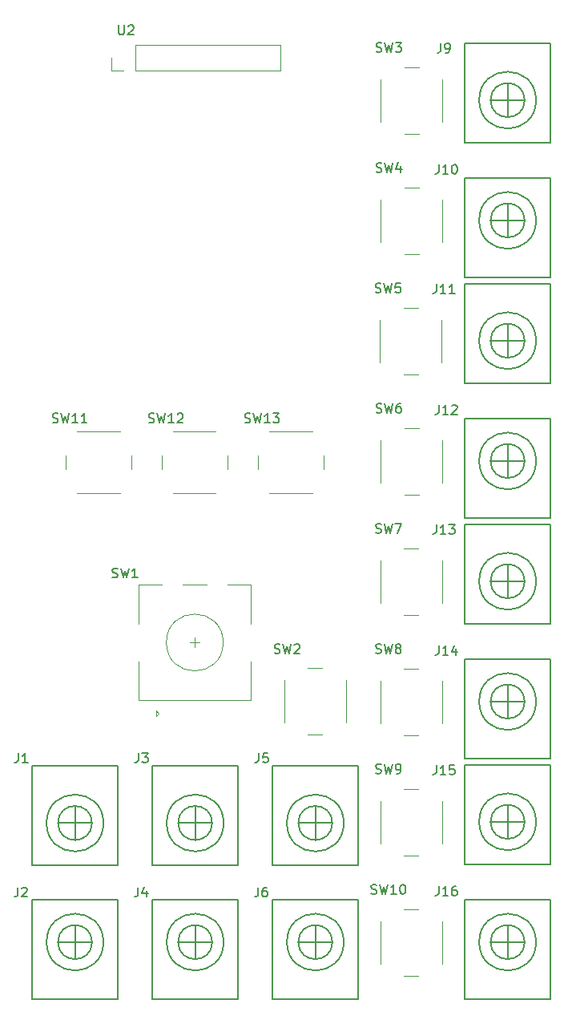
<source format=gbr>
G04 #@! TF.GenerationSoftware,KiCad,Pcbnew,(5.1.0-0)*
G04 #@! TF.CreationDate,2019-05-28T00:09:16+08:00*
G04 #@! TF.ProjectId,Beats,42656174-732e-46b6-9963-61645f706362,rev?*
G04 #@! TF.SameCoordinates,Original*
G04 #@! TF.FileFunction,Legend,Top*
G04 #@! TF.FilePolarity,Positive*
%FSLAX46Y46*%
G04 Gerber Fmt 4.6, Leading zero omitted, Abs format (unit mm)*
G04 Created by KiCad (PCBNEW (5.1.0-0)) date 2019-05-28 00:09:16*
%MOMM*%
%LPD*%
G04 APERTURE LIST*
%ADD10C,0.120000*%
%ADD11C,0.150000*%
G04 APERTURE END LIST*
D10*
X163332000Y-64802000D02*
X161832000Y-64802000D01*
X159332000Y-66052000D02*
X159332000Y-70552000D01*
X161832000Y-71802000D02*
X163332000Y-71802000D01*
X165832000Y-70552000D02*
X165832000Y-66052000D01*
D11*
X125213000Y-144450000D02*
X128813000Y-144450000D01*
X127013000Y-146250000D02*
X127013000Y-142650000D01*
X131513000Y-139950000D02*
X122513000Y-139950000D01*
X122513000Y-139950000D02*
X122513000Y-150450000D01*
X122513000Y-150450000D02*
X131513000Y-150450000D01*
X131513000Y-150450000D02*
X131513000Y-139950000D01*
X130019659Y-144450000D02*
G75*
G03X130019659Y-144450000I-3006659J0D01*
G01*
X128813000Y-144450000D02*
G75*
G03X128813000Y-144450000I-1800000J0D01*
G01*
X137913000Y-144450000D02*
X141513000Y-144450000D01*
X139713000Y-146250000D02*
X139713000Y-142650000D01*
X144213000Y-139950000D02*
X135213000Y-139950000D01*
X135213000Y-139950000D02*
X135213000Y-150450000D01*
X135213000Y-150450000D02*
X144213000Y-150450000D01*
X144213000Y-150450000D02*
X144213000Y-139950000D01*
X142719659Y-144450000D02*
G75*
G03X142719659Y-144450000I-3006659J0D01*
G01*
X141513000Y-144450000D02*
G75*
G03X141513000Y-144450000I-1800000J0D01*
G01*
X150613000Y-144450000D02*
X154213000Y-144450000D01*
X152413000Y-146250000D02*
X152413000Y-142650000D01*
X156913000Y-139950000D02*
X147913000Y-139950000D01*
X147913000Y-139950000D02*
X147913000Y-150450000D01*
X147913000Y-150450000D02*
X156913000Y-150450000D01*
X156913000Y-150450000D02*
X156913000Y-139950000D01*
X155419659Y-144450000D02*
G75*
G03X155419659Y-144450000I-3006659J0D01*
G01*
X154213000Y-144450000D02*
G75*
G03X154213000Y-144450000I-1800000J0D01*
G01*
X128813000Y-131877000D02*
X125213000Y-131877000D01*
X127013000Y-130077000D02*
X127013000Y-133677000D01*
X122513000Y-136377000D02*
X131513000Y-136377000D01*
X131513000Y-136377000D02*
X131513000Y-125877000D01*
X131513000Y-125877000D02*
X122513000Y-125877000D01*
X122513000Y-125877000D02*
X122513000Y-136377000D01*
X130019659Y-131877000D02*
G75*
G03X130019659Y-131877000I-3006659J0D01*
G01*
X128813000Y-131877000D02*
G75*
G03X128813000Y-131877000I-1800000J0D01*
G01*
X141513000Y-131877000D02*
X137913000Y-131877000D01*
X139713000Y-130077000D02*
X139713000Y-133677000D01*
X135213000Y-136377000D02*
X144213000Y-136377000D01*
X144213000Y-136377000D02*
X144213000Y-125877000D01*
X144213000Y-125877000D02*
X135213000Y-125877000D01*
X135213000Y-125877000D02*
X135213000Y-136377000D01*
X142719659Y-131877000D02*
G75*
G03X142719659Y-131877000I-3006659J0D01*
G01*
X141513000Y-131877000D02*
G75*
G03X141513000Y-131877000I-1800000J0D01*
G01*
X154213000Y-131877000D02*
X150613000Y-131877000D01*
X152413000Y-130077000D02*
X152413000Y-133677000D01*
X147913000Y-136377000D02*
X156913000Y-136377000D01*
X156913000Y-136377000D02*
X156913000Y-125877000D01*
X156913000Y-125877000D02*
X147913000Y-125877000D01*
X147913000Y-125877000D02*
X147913000Y-136377000D01*
X155419659Y-131877000D02*
G75*
G03X155419659Y-131877000I-3006659J0D01*
G01*
X154213000Y-131877000D02*
G75*
G03X154213000Y-131877000I-1800000J0D01*
G01*
X170933000Y-144450000D02*
X174533000Y-144450000D01*
X172733000Y-146250000D02*
X172733000Y-142650000D01*
X177233000Y-139950000D02*
X168233000Y-139950000D01*
X168233000Y-139950000D02*
X168233000Y-150450000D01*
X168233000Y-150450000D02*
X177233000Y-150450000D01*
X177233000Y-150450000D02*
X177233000Y-139950000D01*
X175739659Y-144450000D02*
G75*
G03X175739659Y-144450000I-3006659J0D01*
G01*
X174533000Y-144450000D02*
G75*
G03X174533000Y-144450000I-1800000J0D01*
G01*
X170933000Y-119050000D02*
X174533000Y-119050000D01*
X172733000Y-120850000D02*
X172733000Y-117250000D01*
X177233000Y-114550000D02*
X168233000Y-114550000D01*
X168233000Y-114550000D02*
X168233000Y-125050000D01*
X168233000Y-125050000D02*
X177233000Y-125050000D01*
X177233000Y-125050000D02*
X177233000Y-114550000D01*
X175739659Y-119050000D02*
G75*
G03X175739659Y-119050000I-3006659J0D01*
G01*
X174533000Y-119050000D02*
G75*
G03X174533000Y-119050000I-1800000J0D01*
G01*
X170933000Y-93650000D02*
X174533000Y-93650000D01*
X172733000Y-95450000D02*
X172733000Y-91850000D01*
X177233000Y-89150000D02*
X168233000Y-89150000D01*
X168233000Y-89150000D02*
X168233000Y-99650000D01*
X168233000Y-99650000D02*
X177233000Y-99650000D01*
X177233000Y-99650000D02*
X177233000Y-89150000D01*
X175739659Y-93650000D02*
G75*
G03X175739659Y-93650000I-3006659J0D01*
G01*
X174533000Y-93650000D02*
G75*
G03X174533000Y-93650000I-1800000J0D01*
G01*
X170933000Y-68250000D02*
X174533000Y-68250000D01*
X172733000Y-70050000D02*
X172733000Y-66450000D01*
X177233000Y-63750000D02*
X168233000Y-63750000D01*
X168233000Y-63750000D02*
X168233000Y-74250000D01*
X168233000Y-74250000D02*
X177233000Y-74250000D01*
X177233000Y-74250000D02*
X177233000Y-63750000D01*
X175739659Y-68250000D02*
G75*
G03X175739659Y-68250000I-3006659J0D01*
G01*
X174533000Y-68250000D02*
G75*
G03X174533000Y-68250000I-1800000J0D01*
G01*
X174533000Y-131750000D02*
X170933000Y-131750000D01*
X172733000Y-129950000D02*
X172733000Y-133550000D01*
X168233000Y-136250000D02*
X177233000Y-136250000D01*
X177233000Y-136250000D02*
X177233000Y-125750000D01*
X177233000Y-125750000D02*
X168233000Y-125750000D01*
X168233000Y-125750000D02*
X168233000Y-136250000D01*
X175739659Y-131750000D02*
G75*
G03X175739659Y-131750000I-3006659J0D01*
G01*
X174533000Y-131750000D02*
G75*
G03X174533000Y-131750000I-1800000J0D01*
G01*
X174533000Y-106350000D02*
X170933000Y-106350000D01*
X172733000Y-104550000D02*
X172733000Y-108150000D01*
X168233000Y-110850000D02*
X177233000Y-110850000D01*
X177233000Y-110850000D02*
X177233000Y-100350000D01*
X177233000Y-100350000D02*
X168233000Y-100350000D01*
X168233000Y-100350000D02*
X168233000Y-110850000D01*
X175739659Y-106350000D02*
G75*
G03X175739659Y-106350000I-3006659J0D01*
G01*
X174533000Y-106350000D02*
G75*
G03X174533000Y-106350000I-1800000J0D01*
G01*
X174533000Y-80950000D02*
X170933000Y-80950000D01*
X172733000Y-79150000D02*
X172733000Y-82750000D01*
X168233000Y-85450000D02*
X177233000Y-85450000D01*
X177233000Y-85450000D02*
X177233000Y-74950000D01*
X177233000Y-74950000D02*
X168233000Y-74950000D01*
X168233000Y-74950000D02*
X168233000Y-85450000D01*
X175739659Y-80950000D02*
G75*
G03X175739659Y-80950000I-3006659J0D01*
G01*
X174533000Y-80950000D02*
G75*
G03X174533000Y-80950000I-1800000J0D01*
G01*
X174533000Y-55550000D02*
X170933000Y-55550000D01*
X172733000Y-53750000D02*
X172733000Y-57350000D01*
X168233000Y-60050000D02*
X177233000Y-60050000D01*
X177233000Y-60050000D02*
X177233000Y-49550000D01*
X177233000Y-49550000D02*
X168233000Y-49550000D01*
X168233000Y-49550000D02*
X168233000Y-60050000D01*
X175739659Y-55550000D02*
G75*
G03X175739659Y-55550000I-3006659J0D01*
G01*
X174533000Y-55550000D02*
G75*
G03X174533000Y-55550000I-1800000J0D01*
G01*
D10*
X153320000Y-94550000D02*
X153320000Y-93050000D01*
X152070000Y-90550000D02*
X147570000Y-90550000D01*
X146320000Y-93050000D02*
X146320000Y-94550000D01*
X147570000Y-97050000D02*
X152070000Y-97050000D01*
X143155000Y-94550000D02*
X143155000Y-93050000D01*
X141905000Y-90550000D02*
X137405000Y-90550000D01*
X136155000Y-93050000D02*
X136155000Y-94550000D01*
X137405000Y-97050000D02*
X141905000Y-97050000D01*
X133005000Y-94550000D02*
X133005000Y-93050000D01*
X131755000Y-90550000D02*
X127255000Y-90550000D01*
X126005000Y-93050000D02*
X126005000Y-94550000D01*
X127255000Y-97050000D02*
X131755000Y-97050000D01*
X163287000Y-141002000D02*
X161787000Y-141002000D01*
X159287000Y-142252000D02*
X159287000Y-146752000D01*
X161787000Y-148002000D02*
X163287000Y-148002000D01*
X165787000Y-146752000D02*
X165787000Y-142252000D01*
X163287000Y-128296000D02*
X161787000Y-128296000D01*
X159287000Y-129546000D02*
X159287000Y-134046000D01*
X161787000Y-135296000D02*
X163287000Y-135296000D01*
X165787000Y-134046000D02*
X165787000Y-129546000D01*
X163287000Y-115602000D02*
X161787000Y-115602000D01*
X159287000Y-116852000D02*
X159287000Y-121352000D01*
X161787000Y-122602000D02*
X163287000Y-122602000D01*
X165787000Y-121352000D02*
X165787000Y-116852000D01*
X163287000Y-102901000D02*
X161787000Y-102901000D01*
X159287000Y-104151000D02*
X159287000Y-108651000D01*
X161787000Y-109901000D02*
X163287000Y-109901000D01*
X165787000Y-108651000D02*
X165787000Y-104151000D01*
X163332000Y-90202000D02*
X161832000Y-90202000D01*
X159332000Y-91452000D02*
X159332000Y-95952000D01*
X161832000Y-97202000D02*
X163332000Y-97202000D01*
X165832000Y-95952000D02*
X165832000Y-91452000D01*
X163255000Y-77506000D02*
X161755000Y-77506000D01*
X159255000Y-78756000D02*
X159255000Y-83256000D01*
X161755000Y-84506000D02*
X163255000Y-84506000D01*
X165755000Y-83256000D02*
X165755000Y-78756000D01*
X163332000Y-52106000D02*
X161832000Y-52106000D01*
X159332000Y-53356000D02*
X159332000Y-57856000D01*
X161832000Y-59106000D02*
X163332000Y-59106000D01*
X165832000Y-57856000D02*
X165832000Y-53356000D01*
X149123000Y-116799000D02*
X149123000Y-121299000D01*
X153123000Y-115549000D02*
X151623000Y-115549000D01*
X155623000Y-121299000D02*
X155623000Y-116799000D01*
X151623000Y-122549000D02*
X153123000Y-122549000D01*
X148724160Y-52399440D02*
X148724160Y-49739440D01*
X133424160Y-52399440D02*
X148724160Y-52399440D01*
X133424160Y-49739440D02*
X148724160Y-49739440D01*
X133424160Y-52399440D02*
X133424160Y-49739440D01*
X132154160Y-52399440D02*
X130824160Y-52399440D01*
X130824160Y-52399440D02*
X130824160Y-51069440D01*
X139673000Y-113320000D02*
X139673000Y-112320000D01*
X139173000Y-112820000D02*
X140173000Y-112820000D01*
X143173000Y-106720000D02*
X145573000Y-106720000D01*
X138373000Y-106720000D02*
X140973000Y-106720000D01*
X133773000Y-106720000D02*
X136173000Y-106720000D01*
X135573000Y-120020000D02*
X135873000Y-120320000D01*
X135573000Y-120620000D02*
X135573000Y-120020000D01*
X135873000Y-120320000D02*
X135573000Y-120620000D01*
X133773000Y-118920000D02*
X145573000Y-118920000D01*
X133773000Y-114820000D02*
X133773000Y-118920000D01*
X145573000Y-114820000D02*
X145573000Y-118920000D01*
X145573000Y-106720000D02*
X145573000Y-110820000D01*
X133773000Y-110820000D02*
X133773000Y-106720000D01*
X142673000Y-112820000D02*
G75*
G03X142673000Y-112820000I-3000000J0D01*
G01*
D11*
X158840166Y-63118761D02*
X158983023Y-63166380D01*
X159221119Y-63166380D01*
X159316357Y-63118761D01*
X159363976Y-63071142D01*
X159411595Y-62975904D01*
X159411595Y-62880666D01*
X159363976Y-62785428D01*
X159316357Y-62737809D01*
X159221119Y-62690190D01*
X159030642Y-62642571D01*
X158935404Y-62594952D01*
X158887785Y-62547333D01*
X158840166Y-62452095D01*
X158840166Y-62356857D01*
X158887785Y-62261619D01*
X158935404Y-62214000D01*
X159030642Y-62166380D01*
X159268738Y-62166380D01*
X159411595Y-62214000D01*
X159744928Y-62166380D02*
X159983023Y-63166380D01*
X160173500Y-62452095D01*
X160363976Y-63166380D01*
X160602071Y-62166380D01*
X161411595Y-62499714D02*
X161411595Y-63166380D01*
X161173500Y-62118761D02*
X160935404Y-62833047D01*
X161554452Y-62833047D01*
X120964666Y-138673880D02*
X120964666Y-139388166D01*
X120917047Y-139531023D01*
X120821809Y-139626261D01*
X120678952Y-139673880D01*
X120583714Y-139673880D01*
X121393238Y-138769119D02*
X121440857Y-138721500D01*
X121536095Y-138673880D01*
X121774190Y-138673880D01*
X121869428Y-138721500D01*
X121917047Y-138769119D01*
X121964666Y-138864357D01*
X121964666Y-138959595D01*
X121917047Y-139102452D01*
X121345619Y-139673880D01*
X121964666Y-139673880D01*
X133664666Y-138673880D02*
X133664666Y-139388166D01*
X133617047Y-139531023D01*
X133521809Y-139626261D01*
X133378952Y-139673880D01*
X133283714Y-139673880D01*
X134569428Y-139007214D02*
X134569428Y-139673880D01*
X134331333Y-138626261D02*
X134093238Y-139340547D01*
X134712285Y-139340547D01*
X146364666Y-138673880D02*
X146364666Y-139388166D01*
X146317047Y-139531023D01*
X146221809Y-139626261D01*
X146078952Y-139673880D01*
X145983714Y-139673880D01*
X147269428Y-138673880D02*
X147078952Y-138673880D01*
X146983714Y-138721500D01*
X146936095Y-138769119D01*
X146840857Y-138911976D01*
X146793238Y-139102452D01*
X146793238Y-139483404D01*
X146840857Y-139578642D01*
X146888476Y-139626261D01*
X146983714Y-139673880D01*
X147174190Y-139673880D01*
X147269428Y-139626261D01*
X147317047Y-139578642D01*
X147364666Y-139483404D01*
X147364666Y-139245309D01*
X147317047Y-139150071D01*
X147269428Y-139102452D01*
X147174190Y-139054833D01*
X146983714Y-139054833D01*
X146888476Y-139102452D01*
X146840857Y-139150071D01*
X146793238Y-139245309D01*
X121028166Y-124492880D02*
X121028166Y-125207166D01*
X120980547Y-125350023D01*
X120885309Y-125445261D01*
X120742452Y-125492880D01*
X120647214Y-125492880D01*
X122028166Y-125492880D02*
X121456738Y-125492880D01*
X121742452Y-125492880D02*
X121742452Y-124492880D01*
X121647214Y-124635738D01*
X121551976Y-124730976D01*
X121456738Y-124778595D01*
X133728166Y-124492880D02*
X133728166Y-125207166D01*
X133680547Y-125350023D01*
X133585309Y-125445261D01*
X133442452Y-125492880D01*
X133347214Y-125492880D01*
X134109119Y-124492880D02*
X134728166Y-124492880D01*
X134394833Y-124873833D01*
X134537690Y-124873833D01*
X134632928Y-124921452D01*
X134680547Y-124969071D01*
X134728166Y-125064309D01*
X134728166Y-125302404D01*
X134680547Y-125397642D01*
X134632928Y-125445261D01*
X134537690Y-125492880D01*
X134251976Y-125492880D01*
X134156738Y-125445261D01*
X134109119Y-125397642D01*
X146428166Y-124492880D02*
X146428166Y-125207166D01*
X146380547Y-125350023D01*
X146285309Y-125445261D01*
X146142452Y-125492880D01*
X146047214Y-125492880D01*
X147380547Y-124492880D02*
X146904357Y-124492880D01*
X146856738Y-124969071D01*
X146904357Y-124921452D01*
X146999595Y-124873833D01*
X147237690Y-124873833D01*
X147332928Y-124921452D01*
X147380547Y-124969071D01*
X147428166Y-125064309D01*
X147428166Y-125302404D01*
X147380547Y-125397642D01*
X147332928Y-125445261D01*
X147237690Y-125492880D01*
X146999595Y-125492880D01*
X146904357Y-125445261D01*
X146856738Y-125397642D01*
X165446476Y-138546880D02*
X165446476Y-139261166D01*
X165398857Y-139404023D01*
X165303619Y-139499261D01*
X165160761Y-139546880D01*
X165065523Y-139546880D01*
X166446476Y-139546880D02*
X165875047Y-139546880D01*
X166160761Y-139546880D02*
X166160761Y-138546880D01*
X166065523Y-138689738D01*
X165970285Y-138784976D01*
X165875047Y-138832595D01*
X167303619Y-138546880D02*
X167113142Y-138546880D01*
X167017904Y-138594500D01*
X166970285Y-138642119D01*
X166875047Y-138784976D01*
X166827428Y-138975452D01*
X166827428Y-139356404D01*
X166875047Y-139451642D01*
X166922666Y-139499261D01*
X167017904Y-139546880D01*
X167208380Y-139546880D01*
X167303619Y-139499261D01*
X167351238Y-139451642D01*
X167398857Y-139356404D01*
X167398857Y-139118309D01*
X167351238Y-139023071D01*
X167303619Y-138975452D01*
X167208380Y-138927833D01*
X167017904Y-138927833D01*
X166922666Y-138975452D01*
X166875047Y-139023071D01*
X166827428Y-139118309D01*
X165446476Y-113146880D02*
X165446476Y-113861166D01*
X165398857Y-114004023D01*
X165303619Y-114099261D01*
X165160761Y-114146880D01*
X165065523Y-114146880D01*
X166446476Y-114146880D02*
X165875047Y-114146880D01*
X166160761Y-114146880D02*
X166160761Y-113146880D01*
X166065523Y-113289738D01*
X165970285Y-113384976D01*
X165875047Y-113432595D01*
X167303619Y-113480214D02*
X167303619Y-114146880D01*
X167065523Y-113099261D02*
X166827428Y-113813547D01*
X167446476Y-113813547D01*
X165446476Y-87746880D02*
X165446476Y-88461166D01*
X165398857Y-88604023D01*
X165303619Y-88699261D01*
X165160761Y-88746880D01*
X165065523Y-88746880D01*
X166446476Y-88746880D02*
X165875047Y-88746880D01*
X166160761Y-88746880D02*
X166160761Y-87746880D01*
X166065523Y-87889738D01*
X165970285Y-87984976D01*
X165875047Y-88032595D01*
X166827428Y-87842119D02*
X166875047Y-87794500D01*
X166970285Y-87746880D01*
X167208380Y-87746880D01*
X167303619Y-87794500D01*
X167351238Y-87842119D01*
X167398857Y-87937357D01*
X167398857Y-88032595D01*
X167351238Y-88175452D01*
X166779809Y-88746880D01*
X167398857Y-88746880D01*
X165446476Y-62346880D02*
X165446476Y-63061166D01*
X165398857Y-63204023D01*
X165303619Y-63299261D01*
X165160761Y-63346880D01*
X165065523Y-63346880D01*
X166446476Y-63346880D02*
X165875047Y-63346880D01*
X166160761Y-63346880D02*
X166160761Y-62346880D01*
X166065523Y-62489738D01*
X165970285Y-62584976D01*
X165875047Y-62632595D01*
X167065523Y-62346880D02*
X167160761Y-62346880D01*
X167256000Y-62394500D01*
X167303619Y-62442119D01*
X167351238Y-62537357D01*
X167398857Y-62727833D01*
X167398857Y-62965928D01*
X167351238Y-63156404D01*
X167303619Y-63251642D01*
X167256000Y-63299261D01*
X167160761Y-63346880D01*
X167065523Y-63346880D01*
X166970285Y-63299261D01*
X166922666Y-63251642D01*
X166875047Y-63156404D01*
X166827428Y-62965928D01*
X166827428Y-62727833D01*
X166875047Y-62537357D01*
X166922666Y-62442119D01*
X166970285Y-62394500D01*
X167065523Y-62346880D01*
X165192476Y-125762880D02*
X165192476Y-126477166D01*
X165144857Y-126620023D01*
X165049619Y-126715261D01*
X164906761Y-126762880D01*
X164811523Y-126762880D01*
X166192476Y-126762880D02*
X165621047Y-126762880D01*
X165906761Y-126762880D02*
X165906761Y-125762880D01*
X165811523Y-125905738D01*
X165716285Y-126000976D01*
X165621047Y-126048595D01*
X167097238Y-125762880D02*
X166621047Y-125762880D01*
X166573428Y-126239071D01*
X166621047Y-126191452D01*
X166716285Y-126143833D01*
X166954380Y-126143833D01*
X167049619Y-126191452D01*
X167097238Y-126239071D01*
X167144857Y-126334309D01*
X167144857Y-126572404D01*
X167097238Y-126667642D01*
X167049619Y-126715261D01*
X166954380Y-126762880D01*
X166716285Y-126762880D01*
X166621047Y-126715261D01*
X166573428Y-126667642D01*
X165192476Y-100362880D02*
X165192476Y-101077166D01*
X165144857Y-101220023D01*
X165049619Y-101315261D01*
X164906761Y-101362880D01*
X164811523Y-101362880D01*
X166192476Y-101362880D02*
X165621047Y-101362880D01*
X165906761Y-101362880D02*
X165906761Y-100362880D01*
X165811523Y-100505738D01*
X165716285Y-100600976D01*
X165621047Y-100648595D01*
X166525809Y-100362880D02*
X167144857Y-100362880D01*
X166811523Y-100743833D01*
X166954380Y-100743833D01*
X167049619Y-100791452D01*
X167097238Y-100839071D01*
X167144857Y-100934309D01*
X167144857Y-101172404D01*
X167097238Y-101267642D01*
X167049619Y-101315261D01*
X166954380Y-101362880D01*
X166668666Y-101362880D01*
X166573428Y-101315261D01*
X166525809Y-101267642D01*
X165192476Y-74962880D02*
X165192476Y-75677166D01*
X165144857Y-75820023D01*
X165049619Y-75915261D01*
X164906761Y-75962880D01*
X164811523Y-75962880D01*
X166192476Y-75962880D02*
X165621047Y-75962880D01*
X165906761Y-75962880D02*
X165906761Y-74962880D01*
X165811523Y-75105738D01*
X165716285Y-75200976D01*
X165621047Y-75248595D01*
X167144857Y-75962880D02*
X166573428Y-75962880D01*
X166859142Y-75962880D02*
X166859142Y-74962880D01*
X166763904Y-75105738D01*
X166668666Y-75200976D01*
X166573428Y-75248595D01*
X165668666Y-49562880D02*
X165668666Y-50277166D01*
X165621047Y-50420023D01*
X165525809Y-50515261D01*
X165382952Y-50562880D01*
X165287714Y-50562880D01*
X166192476Y-50562880D02*
X166382952Y-50562880D01*
X166478190Y-50515261D01*
X166525809Y-50467642D01*
X166621047Y-50324785D01*
X166668666Y-50134309D01*
X166668666Y-49753357D01*
X166621047Y-49658119D01*
X166573428Y-49610500D01*
X166478190Y-49562880D01*
X166287714Y-49562880D01*
X166192476Y-49610500D01*
X166144857Y-49658119D01*
X166097238Y-49753357D01*
X166097238Y-49991452D01*
X166144857Y-50086690D01*
X166192476Y-50134309D01*
X166287714Y-50181928D01*
X166478190Y-50181928D01*
X166573428Y-50134309D01*
X166621047Y-50086690D01*
X166668666Y-49991452D01*
X144962476Y-89573761D02*
X145105333Y-89621380D01*
X145343428Y-89621380D01*
X145438666Y-89573761D01*
X145486285Y-89526142D01*
X145533904Y-89430904D01*
X145533904Y-89335666D01*
X145486285Y-89240428D01*
X145438666Y-89192809D01*
X145343428Y-89145190D01*
X145152952Y-89097571D01*
X145057714Y-89049952D01*
X145010095Y-89002333D01*
X144962476Y-88907095D01*
X144962476Y-88811857D01*
X145010095Y-88716619D01*
X145057714Y-88669000D01*
X145152952Y-88621380D01*
X145391047Y-88621380D01*
X145533904Y-88669000D01*
X145867238Y-88621380D02*
X146105333Y-89621380D01*
X146295809Y-88907095D01*
X146486285Y-89621380D01*
X146724380Y-88621380D01*
X147629142Y-89621380D02*
X147057714Y-89621380D01*
X147343428Y-89621380D02*
X147343428Y-88621380D01*
X147248190Y-88764238D01*
X147152952Y-88859476D01*
X147057714Y-88907095D01*
X147962476Y-88621380D02*
X148581523Y-88621380D01*
X148248190Y-89002333D01*
X148391047Y-89002333D01*
X148486285Y-89049952D01*
X148533904Y-89097571D01*
X148581523Y-89192809D01*
X148581523Y-89430904D01*
X148533904Y-89526142D01*
X148486285Y-89573761D01*
X148391047Y-89621380D01*
X148105333Y-89621380D01*
X148010095Y-89573761D01*
X147962476Y-89526142D01*
X134797476Y-89573761D02*
X134940333Y-89621380D01*
X135178428Y-89621380D01*
X135273666Y-89573761D01*
X135321285Y-89526142D01*
X135368904Y-89430904D01*
X135368904Y-89335666D01*
X135321285Y-89240428D01*
X135273666Y-89192809D01*
X135178428Y-89145190D01*
X134987952Y-89097571D01*
X134892714Y-89049952D01*
X134845095Y-89002333D01*
X134797476Y-88907095D01*
X134797476Y-88811857D01*
X134845095Y-88716619D01*
X134892714Y-88669000D01*
X134987952Y-88621380D01*
X135226047Y-88621380D01*
X135368904Y-88669000D01*
X135702238Y-88621380D02*
X135940333Y-89621380D01*
X136130809Y-88907095D01*
X136321285Y-89621380D01*
X136559380Y-88621380D01*
X137464142Y-89621380D02*
X136892714Y-89621380D01*
X137178428Y-89621380D02*
X137178428Y-88621380D01*
X137083190Y-88764238D01*
X136987952Y-88859476D01*
X136892714Y-88907095D01*
X137845095Y-88716619D02*
X137892714Y-88669000D01*
X137987952Y-88621380D01*
X138226047Y-88621380D01*
X138321285Y-88669000D01*
X138368904Y-88716619D01*
X138416523Y-88811857D01*
X138416523Y-88907095D01*
X138368904Y-89049952D01*
X137797476Y-89621380D01*
X138416523Y-89621380D01*
X124647476Y-89573761D02*
X124790333Y-89621380D01*
X125028428Y-89621380D01*
X125123666Y-89573761D01*
X125171285Y-89526142D01*
X125218904Y-89430904D01*
X125218904Y-89335666D01*
X125171285Y-89240428D01*
X125123666Y-89192809D01*
X125028428Y-89145190D01*
X124837952Y-89097571D01*
X124742714Y-89049952D01*
X124695095Y-89002333D01*
X124647476Y-88907095D01*
X124647476Y-88811857D01*
X124695095Y-88716619D01*
X124742714Y-88669000D01*
X124837952Y-88621380D01*
X125076047Y-88621380D01*
X125218904Y-88669000D01*
X125552238Y-88621380D02*
X125790333Y-89621380D01*
X125980809Y-88907095D01*
X126171285Y-89621380D01*
X126409380Y-88621380D01*
X127314142Y-89621380D02*
X126742714Y-89621380D01*
X127028428Y-89621380D02*
X127028428Y-88621380D01*
X126933190Y-88764238D01*
X126837952Y-88859476D01*
X126742714Y-88907095D01*
X128266523Y-89621380D02*
X127695095Y-89621380D01*
X127980809Y-89621380D02*
X127980809Y-88621380D01*
X127885571Y-88764238D01*
X127790333Y-88859476D01*
X127695095Y-88907095D01*
X158318976Y-139318761D02*
X158461833Y-139366380D01*
X158699928Y-139366380D01*
X158795166Y-139318761D01*
X158842785Y-139271142D01*
X158890404Y-139175904D01*
X158890404Y-139080666D01*
X158842785Y-138985428D01*
X158795166Y-138937809D01*
X158699928Y-138890190D01*
X158509452Y-138842571D01*
X158414214Y-138794952D01*
X158366595Y-138747333D01*
X158318976Y-138652095D01*
X158318976Y-138556857D01*
X158366595Y-138461619D01*
X158414214Y-138414000D01*
X158509452Y-138366380D01*
X158747547Y-138366380D01*
X158890404Y-138414000D01*
X159223738Y-138366380D02*
X159461833Y-139366380D01*
X159652309Y-138652095D01*
X159842785Y-139366380D01*
X160080880Y-138366380D01*
X160985642Y-139366380D02*
X160414214Y-139366380D01*
X160699928Y-139366380D02*
X160699928Y-138366380D01*
X160604690Y-138509238D01*
X160509452Y-138604476D01*
X160414214Y-138652095D01*
X161604690Y-138366380D02*
X161699928Y-138366380D01*
X161795166Y-138414000D01*
X161842785Y-138461619D01*
X161890404Y-138556857D01*
X161938023Y-138747333D01*
X161938023Y-138985428D01*
X161890404Y-139175904D01*
X161842785Y-139271142D01*
X161795166Y-139318761D01*
X161699928Y-139366380D01*
X161604690Y-139366380D01*
X161509452Y-139318761D01*
X161461833Y-139271142D01*
X161414214Y-139175904D01*
X161366595Y-138985428D01*
X161366595Y-138747333D01*
X161414214Y-138556857D01*
X161461833Y-138461619D01*
X161509452Y-138414000D01*
X161604690Y-138366380D01*
X158795166Y-126612761D02*
X158938023Y-126660380D01*
X159176119Y-126660380D01*
X159271357Y-126612761D01*
X159318976Y-126565142D01*
X159366595Y-126469904D01*
X159366595Y-126374666D01*
X159318976Y-126279428D01*
X159271357Y-126231809D01*
X159176119Y-126184190D01*
X158985642Y-126136571D01*
X158890404Y-126088952D01*
X158842785Y-126041333D01*
X158795166Y-125946095D01*
X158795166Y-125850857D01*
X158842785Y-125755619D01*
X158890404Y-125708000D01*
X158985642Y-125660380D01*
X159223738Y-125660380D01*
X159366595Y-125708000D01*
X159699928Y-125660380D02*
X159938023Y-126660380D01*
X160128500Y-125946095D01*
X160318976Y-126660380D01*
X160557071Y-125660380D01*
X160985642Y-126660380D02*
X161176119Y-126660380D01*
X161271357Y-126612761D01*
X161318976Y-126565142D01*
X161414214Y-126422285D01*
X161461833Y-126231809D01*
X161461833Y-125850857D01*
X161414214Y-125755619D01*
X161366595Y-125708000D01*
X161271357Y-125660380D01*
X161080880Y-125660380D01*
X160985642Y-125708000D01*
X160938023Y-125755619D01*
X160890404Y-125850857D01*
X160890404Y-126088952D01*
X160938023Y-126184190D01*
X160985642Y-126231809D01*
X161080880Y-126279428D01*
X161271357Y-126279428D01*
X161366595Y-126231809D01*
X161414214Y-126184190D01*
X161461833Y-126088952D01*
X158795166Y-113918761D02*
X158938023Y-113966380D01*
X159176119Y-113966380D01*
X159271357Y-113918761D01*
X159318976Y-113871142D01*
X159366595Y-113775904D01*
X159366595Y-113680666D01*
X159318976Y-113585428D01*
X159271357Y-113537809D01*
X159176119Y-113490190D01*
X158985642Y-113442571D01*
X158890404Y-113394952D01*
X158842785Y-113347333D01*
X158795166Y-113252095D01*
X158795166Y-113156857D01*
X158842785Y-113061619D01*
X158890404Y-113014000D01*
X158985642Y-112966380D01*
X159223738Y-112966380D01*
X159366595Y-113014000D01*
X159699928Y-112966380D02*
X159938023Y-113966380D01*
X160128500Y-113252095D01*
X160318976Y-113966380D01*
X160557071Y-112966380D01*
X161080880Y-113394952D02*
X160985642Y-113347333D01*
X160938023Y-113299714D01*
X160890404Y-113204476D01*
X160890404Y-113156857D01*
X160938023Y-113061619D01*
X160985642Y-113014000D01*
X161080880Y-112966380D01*
X161271357Y-112966380D01*
X161366595Y-113014000D01*
X161414214Y-113061619D01*
X161461833Y-113156857D01*
X161461833Y-113204476D01*
X161414214Y-113299714D01*
X161366595Y-113347333D01*
X161271357Y-113394952D01*
X161080880Y-113394952D01*
X160985642Y-113442571D01*
X160938023Y-113490190D01*
X160890404Y-113585428D01*
X160890404Y-113775904D01*
X160938023Y-113871142D01*
X160985642Y-113918761D01*
X161080880Y-113966380D01*
X161271357Y-113966380D01*
X161366595Y-113918761D01*
X161414214Y-113871142D01*
X161461833Y-113775904D01*
X161461833Y-113585428D01*
X161414214Y-113490190D01*
X161366595Y-113442571D01*
X161271357Y-113394952D01*
X158795166Y-101217761D02*
X158938023Y-101265380D01*
X159176119Y-101265380D01*
X159271357Y-101217761D01*
X159318976Y-101170142D01*
X159366595Y-101074904D01*
X159366595Y-100979666D01*
X159318976Y-100884428D01*
X159271357Y-100836809D01*
X159176119Y-100789190D01*
X158985642Y-100741571D01*
X158890404Y-100693952D01*
X158842785Y-100646333D01*
X158795166Y-100551095D01*
X158795166Y-100455857D01*
X158842785Y-100360619D01*
X158890404Y-100313000D01*
X158985642Y-100265380D01*
X159223738Y-100265380D01*
X159366595Y-100313000D01*
X159699928Y-100265380D02*
X159938023Y-101265380D01*
X160128500Y-100551095D01*
X160318976Y-101265380D01*
X160557071Y-100265380D01*
X160842785Y-100265380D02*
X161509452Y-100265380D01*
X161080880Y-101265380D01*
X158840166Y-88518761D02*
X158983023Y-88566380D01*
X159221119Y-88566380D01*
X159316357Y-88518761D01*
X159363976Y-88471142D01*
X159411595Y-88375904D01*
X159411595Y-88280666D01*
X159363976Y-88185428D01*
X159316357Y-88137809D01*
X159221119Y-88090190D01*
X159030642Y-88042571D01*
X158935404Y-87994952D01*
X158887785Y-87947333D01*
X158840166Y-87852095D01*
X158840166Y-87756857D01*
X158887785Y-87661619D01*
X158935404Y-87614000D01*
X159030642Y-87566380D01*
X159268738Y-87566380D01*
X159411595Y-87614000D01*
X159744928Y-87566380D02*
X159983023Y-88566380D01*
X160173500Y-87852095D01*
X160363976Y-88566380D01*
X160602071Y-87566380D01*
X161411595Y-87566380D02*
X161221119Y-87566380D01*
X161125880Y-87614000D01*
X161078261Y-87661619D01*
X160983023Y-87804476D01*
X160935404Y-87994952D01*
X160935404Y-88375904D01*
X160983023Y-88471142D01*
X161030642Y-88518761D01*
X161125880Y-88566380D01*
X161316357Y-88566380D01*
X161411595Y-88518761D01*
X161459214Y-88471142D01*
X161506833Y-88375904D01*
X161506833Y-88137809D01*
X161459214Y-88042571D01*
X161411595Y-87994952D01*
X161316357Y-87947333D01*
X161125880Y-87947333D01*
X161030642Y-87994952D01*
X160983023Y-88042571D01*
X160935404Y-88137809D01*
X158763166Y-75822761D02*
X158906023Y-75870380D01*
X159144119Y-75870380D01*
X159239357Y-75822761D01*
X159286976Y-75775142D01*
X159334595Y-75679904D01*
X159334595Y-75584666D01*
X159286976Y-75489428D01*
X159239357Y-75441809D01*
X159144119Y-75394190D01*
X158953642Y-75346571D01*
X158858404Y-75298952D01*
X158810785Y-75251333D01*
X158763166Y-75156095D01*
X158763166Y-75060857D01*
X158810785Y-74965619D01*
X158858404Y-74918000D01*
X158953642Y-74870380D01*
X159191738Y-74870380D01*
X159334595Y-74918000D01*
X159667928Y-74870380D02*
X159906023Y-75870380D01*
X160096500Y-75156095D01*
X160286976Y-75870380D01*
X160525071Y-74870380D01*
X161382214Y-74870380D02*
X160906023Y-74870380D01*
X160858404Y-75346571D01*
X160906023Y-75298952D01*
X161001261Y-75251333D01*
X161239357Y-75251333D01*
X161334595Y-75298952D01*
X161382214Y-75346571D01*
X161429833Y-75441809D01*
X161429833Y-75679904D01*
X161382214Y-75775142D01*
X161334595Y-75822761D01*
X161239357Y-75870380D01*
X161001261Y-75870380D01*
X160906023Y-75822761D01*
X160858404Y-75775142D01*
X158840166Y-50422761D02*
X158983023Y-50470380D01*
X159221119Y-50470380D01*
X159316357Y-50422761D01*
X159363976Y-50375142D01*
X159411595Y-50279904D01*
X159411595Y-50184666D01*
X159363976Y-50089428D01*
X159316357Y-50041809D01*
X159221119Y-49994190D01*
X159030642Y-49946571D01*
X158935404Y-49898952D01*
X158887785Y-49851333D01*
X158840166Y-49756095D01*
X158840166Y-49660857D01*
X158887785Y-49565619D01*
X158935404Y-49518000D01*
X159030642Y-49470380D01*
X159268738Y-49470380D01*
X159411595Y-49518000D01*
X159744928Y-49470380D02*
X159983023Y-50470380D01*
X160173500Y-49756095D01*
X160363976Y-50470380D01*
X160602071Y-49470380D01*
X160887785Y-49470380D02*
X161506833Y-49470380D01*
X161173500Y-49851333D01*
X161316357Y-49851333D01*
X161411595Y-49898952D01*
X161459214Y-49946571D01*
X161506833Y-50041809D01*
X161506833Y-50279904D01*
X161459214Y-50375142D01*
X161411595Y-50422761D01*
X161316357Y-50470380D01*
X161030642Y-50470380D01*
X160935404Y-50422761D01*
X160887785Y-50375142D01*
X148095366Y-113930461D02*
X148238223Y-113978080D01*
X148476319Y-113978080D01*
X148571557Y-113930461D01*
X148619176Y-113882842D01*
X148666795Y-113787604D01*
X148666795Y-113692366D01*
X148619176Y-113597128D01*
X148571557Y-113549509D01*
X148476319Y-113501890D01*
X148285842Y-113454271D01*
X148190604Y-113406652D01*
X148142985Y-113359033D01*
X148095366Y-113263795D01*
X148095366Y-113168557D01*
X148142985Y-113073319D01*
X148190604Y-113025700D01*
X148285842Y-112978080D01*
X148523938Y-112978080D01*
X148666795Y-113025700D01*
X149000128Y-112978080D02*
X149238223Y-113978080D01*
X149428700Y-113263795D01*
X149619176Y-113978080D01*
X149857271Y-112978080D01*
X150190604Y-113073319D02*
X150238223Y-113025700D01*
X150333461Y-112978080D01*
X150571557Y-112978080D01*
X150666795Y-113025700D01*
X150714414Y-113073319D01*
X150762033Y-113168557D01*
X150762033Y-113263795D01*
X150714414Y-113406652D01*
X150142985Y-113978080D01*
X150762033Y-113978080D01*
X131636095Y-47644000D02*
X131636095Y-48453524D01*
X131683714Y-48548762D01*
X131731333Y-48596381D01*
X131826571Y-48644000D01*
X132017047Y-48644000D01*
X132112285Y-48596381D01*
X132159904Y-48548762D01*
X132207523Y-48453524D01*
X132207523Y-47644000D01*
X132636095Y-47739239D02*
X132683714Y-47691620D01*
X132778952Y-47644000D01*
X133017047Y-47644000D01*
X133112285Y-47691620D01*
X133159904Y-47739239D01*
X133207523Y-47834477D01*
X133207523Y-47929715D01*
X133159904Y-48072572D01*
X132588476Y-48644000D01*
X133207523Y-48644000D01*
X130950166Y-105929261D02*
X131093023Y-105976880D01*
X131331119Y-105976880D01*
X131426357Y-105929261D01*
X131473976Y-105881642D01*
X131521595Y-105786404D01*
X131521595Y-105691166D01*
X131473976Y-105595928D01*
X131426357Y-105548309D01*
X131331119Y-105500690D01*
X131140642Y-105453071D01*
X131045404Y-105405452D01*
X130997785Y-105357833D01*
X130950166Y-105262595D01*
X130950166Y-105167357D01*
X130997785Y-105072119D01*
X131045404Y-105024500D01*
X131140642Y-104976880D01*
X131378738Y-104976880D01*
X131521595Y-105024500D01*
X131854928Y-104976880D02*
X132093023Y-105976880D01*
X132283500Y-105262595D01*
X132473976Y-105976880D01*
X132712071Y-104976880D01*
X133616833Y-105976880D02*
X133045404Y-105976880D01*
X133331119Y-105976880D02*
X133331119Y-104976880D01*
X133235880Y-105119738D01*
X133140642Y-105214976D01*
X133045404Y-105262595D01*
M02*

</source>
